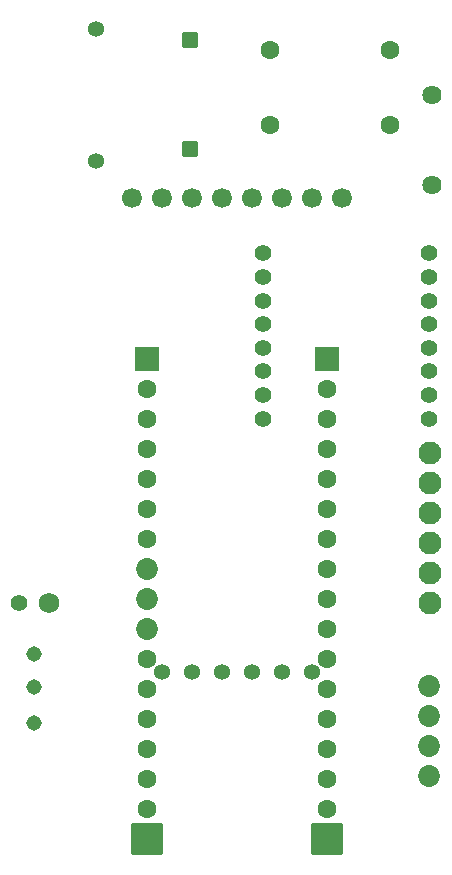
<source format=gbs>
G04 Layer: BottomSolderMaskLayer*
G04 EasyEDA v6.5.40, 2024-06-27 16:13:32*
G04 238aab5cf2124ce88d5ddd1cd96433f3,df7e7e3c38a3447abd37b529b333d242,10*
G04 Gerber Generator version 0.2*
G04 Scale: 100 percent, Rotated: No, Reflected: No *
G04 Dimensions in millimeters *
G04 leading zeros omitted , absolute positions ,4 integer and 5 decimal *
%FSLAX45Y45*%
%MOMM*%

%AMMACRO1*1,1,$1,$2,$3*1,1,$1,$4,$5*1,1,$1,0-$2,0-$3*1,1,$1,0-$4,0-$5*20,1,$1,$2,$3,$4,$5,0*20,1,$1,$4,$5,0-$2,0-$3,0*20,1,$1,0-$2,0-$3,0-$4,0-$5,0*20,1,$1,0-$4,0-$5,$2,$3,0*4,1,4,$2,$3,$4,$5,0-$2,0-$3,0-$4,0-$5,$2,$3,0*%
%ADD10C,1.4032*%
%ADD11C,1.6916*%
%ADD12C,1.3616*%
%ADD13MACRO1,0.1016X-0.63X0.63X0.63X0.63*%
%ADD14C,1.6256*%
%ADD15C,1.9532*%
%ADD16C,1.3132*%
%ADD17C,1.4016*%
%ADD18C,1.7526*%
%ADD19C,1.8516*%
%ADD20C,1.6016*%
%ADD21C,1.8516*%
%ADD22MACRO1,0.1016X-1X1X1X1*%
%ADD23MACRO1,0.1016X-1.27X1.27X1.27X1.27*%

%LPD*%
D10*
G01*
X2868701Y3325901D03*
G01*
X2868701Y3525901D03*
G01*
X2868701Y3725900D03*
G01*
X2868701Y3925900D03*
G01*
X2868701Y4125899D03*
G01*
X2868701Y4325899D03*
G01*
X2868701Y4525898D03*
G01*
X2868701Y4725898D03*
G01*
X4268698Y4725898D03*
G01*
X4268698Y4525898D03*
G01*
X4268698Y4325899D03*
G01*
X4268698Y4125899D03*
G01*
X4268698Y3925900D03*
G01*
X4268698Y3725900D03*
G01*
X4268698Y3525901D03*
G01*
X4268698Y3325901D03*
D11*
G01*
X1752600Y5192191D03*
G01*
X2006600Y5192191D03*
G01*
X2260600Y5192191D03*
G01*
X2514600Y5192191D03*
G01*
X2768600Y5192191D03*
G01*
X3022600Y5192191D03*
G01*
X3276600Y5192191D03*
G01*
X3530600Y5192191D03*
D12*
G01*
X1447901Y5511800D03*
G01*
X1447901Y6629400D03*
D13*
G01*
X2247900Y5611801D03*
G01*
X2247900Y6529398D03*
D14*
G01*
X4292600Y5308600D03*
G01*
X4292600Y6070600D03*
D15*
G01*
X4279900Y1765300D03*
G01*
X4279900Y2019300D03*
G01*
X4279900Y2273300D03*
G01*
X4279900Y2527300D03*
G01*
X4279900Y2781300D03*
G01*
X4279900Y3035300D03*
D16*
G01*
X927100Y1333500D03*
G01*
X927100Y1054100D03*
G01*
X927100Y749300D03*
D17*
G01*
X800100Y1765300D03*
D18*
G01*
X1054100Y1765300D03*
D19*
G01*
X4267200Y1066800D03*
G01*
X4267200Y812800D03*
G01*
X4267200Y558800D03*
G01*
X4267200Y304800D03*
D12*
G01*
X2006600Y1181988D03*
G01*
X2260600Y1181988D03*
G01*
X2514600Y1181988D03*
G01*
X2768600Y1181988D03*
G01*
X3022600Y1181988D03*
G01*
X3276600Y1181988D03*
D20*
G01*
X2921000Y6451600D03*
G01*
X3937000Y6451600D03*
G01*
X3937000Y5816600D03*
G01*
X2921000Y5816600D03*
G01*
X1879600Y3581400D03*
G01*
X1879600Y3327400D03*
G01*
X1879600Y3073400D03*
G01*
X1879600Y2819400D03*
G01*
X1879600Y2565400D03*
G01*
X1879600Y2311400D03*
D21*
G01*
X1879600Y2057400D03*
G01*
X1879600Y1803400D03*
G01*
X1879600Y1549400D03*
D20*
G01*
X1879600Y1295400D03*
G01*
X1879600Y1041400D03*
G01*
X1879600Y787400D03*
G01*
X1879600Y533400D03*
G01*
X1879600Y279400D03*
G01*
X1879600Y25400D03*
G01*
X3403600Y25400D03*
G01*
X3403600Y279400D03*
G01*
X3403600Y533400D03*
G01*
X3403600Y787400D03*
G01*
X3403600Y1041400D03*
G01*
X3403600Y1295400D03*
G01*
X3403600Y1549400D03*
G01*
X3403600Y1803400D03*
G01*
X3403600Y2057400D03*
G01*
X3403600Y2311400D03*
G01*
X3403600Y2565400D03*
G01*
X3403600Y2819400D03*
G01*
X3403600Y3073400D03*
G01*
X3403600Y3327400D03*
G01*
X3403600Y3581400D03*
D22*
G01*
X3403600Y3835400D03*
G01*
X1879600Y3835400D03*
D23*
G01*
X1879600Y-228600D03*
G01*
X3403600Y-228600D03*
M02*

</source>
